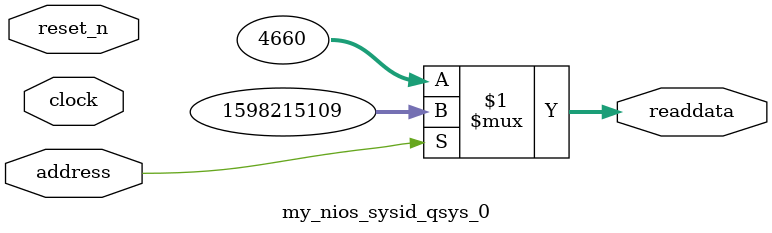
<source format=v>



// synthesis translate_off
`timescale 1ns / 1ps
// synthesis translate_on

// turn off superfluous verilog processor warnings 
// altera message_level Level1 
// altera message_off 10034 10035 10036 10037 10230 10240 10030 

module my_nios_sysid_qsys_0 (
               // inputs:
                address,
                clock,
                reset_n,

               // outputs:
                readdata
             )
;

  output  [ 31: 0] readdata;
  input            address;
  input            clock;
  input            reset_n;

  wire    [ 31: 0] readdata;
  //control_slave, which is an e_avalon_slave
  assign readdata = address ? 1598215109 : 4660;

endmodule



</source>
